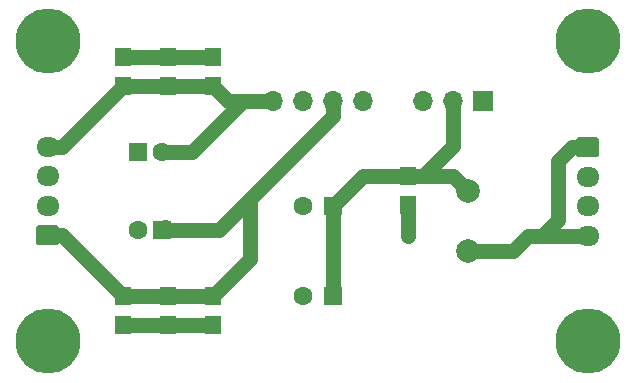
<source format=gtl>
G04 #@! TF.GenerationSoftware,KiCad,Pcbnew,(5.1.2)-1*
G04 #@! TF.CreationDate,2019-05-13T04:19:41-07:00*
G04 #@! TF.ProjectId,triumph_power,74726975-6d70-4685-9f70-6f7765722e6b,A*
G04 #@! TF.SameCoordinates,Original*
G04 #@! TF.FileFunction,Copper,L1,Top*
G04 #@! TF.FilePolarity,Positive*
%FSLAX46Y46*%
G04 Gerber Fmt 4.6, Leading zero omitted, Abs format (unit mm)*
G04 Created by KiCad (PCBNEW (5.1.2)-1) date 2019-05-13 04:19:41*
%MOMM*%
%LPD*%
G04 APERTURE LIST*
%ADD10R,1.400000X1.550000*%
%ADD11C,1.600000*%
%ADD12R,1.600000X1.600000*%
%ADD13C,2.000000*%
%ADD14O,1.700000X1.700000*%
%ADD15R,1.700000X1.700000*%
%ADD16C,5.500000*%
%ADD17O,1.950000X1.700000*%
%ADD18C,0.100000*%
%ADD19C,1.700000*%
%ADD20C,1.270000*%
%ADD21C,1.270000*%
G04 APERTURE END LIST*
D10*
X140970000Y-100330000D03*
X140970000Y-97880000D03*
D11*
X136652000Y-105918000D03*
D12*
X134652000Y-105918000D03*
D10*
X157480000Y-110400000D03*
X157480000Y-107950000D03*
D11*
X148630000Y-118110000D03*
D12*
X151130000Y-118110000D03*
D10*
X140970000Y-120560000D03*
X140970000Y-118110000D03*
X137160000Y-100330000D03*
X137160000Y-97880000D03*
D11*
X134652000Y-112522000D03*
D12*
X136652000Y-112522000D03*
D11*
X148630000Y-110490000D03*
D12*
X151130000Y-110490000D03*
D10*
X137160000Y-120560000D03*
X137160000Y-118110000D03*
X133350000Y-100330000D03*
X133350000Y-97880000D03*
X133350000Y-120560000D03*
X133350000Y-118110000D03*
D13*
X162570000Y-109220000D03*
X162560000Y-114300000D03*
D14*
X146050000Y-101600000D03*
X148590000Y-101600000D03*
X151130000Y-101600000D03*
X153670000Y-101600000D03*
X158750000Y-101600000D03*
X161290000Y-101600000D03*
D15*
X163830000Y-101600000D03*
D16*
X127000000Y-121920000D03*
X172720000Y-121920000D03*
X172720000Y-96520000D03*
X127000000Y-96520000D03*
D17*
X127000000Y-105450000D03*
X127000000Y-107950000D03*
X127000000Y-110450000D03*
D18*
G36*
X127749504Y-112101204D02*
G01*
X127773773Y-112104804D01*
X127797571Y-112110765D01*
X127820671Y-112119030D01*
X127842849Y-112129520D01*
X127863893Y-112142133D01*
X127883598Y-112156747D01*
X127901777Y-112173223D01*
X127918253Y-112191402D01*
X127932867Y-112211107D01*
X127945480Y-112232151D01*
X127955970Y-112254329D01*
X127964235Y-112277429D01*
X127970196Y-112301227D01*
X127973796Y-112325496D01*
X127975000Y-112350000D01*
X127975000Y-113550000D01*
X127973796Y-113574504D01*
X127970196Y-113598773D01*
X127964235Y-113622571D01*
X127955970Y-113645671D01*
X127945480Y-113667849D01*
X127932867Y-113688893D01*
X127918253Y-113708598D01*
X127901777Y-113726777D01*
X127883598Y-113743253D01*
X127863893Y-113757867D01*
X127842849Y-113770480D01*
X127820671Y-113780970D01*
X127797571Y-113789235D01*
X127773773Y-113795196D01*
X127749504Y-113798796D01*
X127725000Y-113800000D01*
X126275000Y-113800000D01*
X126250496Y-113798796D01*
X126226227Y-113795196D01*
X126202429Y-113789235D01*
X126179329Y-113780970D01*
X126157151Y-113770480D01*
X126136107Y-113757867D01*
X126116402Y-113743253D01*
X126098223Y-113726777D01*
X126081747Y-113708598D01*
X126067133Y-113688893D01*
X126054520Y-113667849D01*
X126044030Y-113645671D01*
X126035765Y-113622571D01*
X126029804Y-113598773D01*
X126026204Y-113574504D01*
X126025000Y-113550000D01*
X126025000Y-112350000D01*
X126026204Y-112325496D01*
X126029804Y-112301227D01*
X126035765Y-112277429D01*
X126044030Y-112254329D01*
X126054520Y-112232151D01*
X126067133Y-112211107D01*
X126081747Y-112191402D01*
X126098223Y-112173223D01*
X126116402Y-112156747D01*
X126136107Y-112142133D01*
X126157151Y-112129520D01*
X126179329Y-112119030D01*
X126202429Y-112110765D01*
X126226227Y-112104804D01*
X126250496Y-112101204D01*
X126275000Y-112100000D01*
X127725000Y-112100000D01*
X127749504Y-112101204D01*
X127749504Y-112101204D01*
G37*
D19*
X127000000Y-112950000D03*
D17*
X172720000Y-112990000D03*
X172720000Y-110490000D03*
X172720000Y-107990000D03*
D18*
G36*
X173469504Y-104641204D02*
G01*
X173493773Y-104644804D01*
X173517571Y-104650765D01*
X173540671Y-104659030D01*
X173562849Y-104669520D01*
X173583893Y-104682133D01*
X173603598Y-104696747D01*
X173621777Y-104713223D01*
X173638253Y-104731402D01*
X173652867Y-104751107D01*
X173665480Y-104772151D01*
X173675970Y-104794329D01*
X173684235Y-104817429D01*
X173690196Y-104841227D01*
X173693796Y-104865496D01*
X173695000Y-104890000D01*
X173695000Y-106090000D01*
X173693796Y-106114504D01*
X173690196Y-106138773D01*
X173684235Y-106162571D01*
X173675970Y-106185671D01*
X173665480Y-106207849D01*
X173652867Y-106228893D01*
X173638253Y-106248598D01*
X173621777Y-106266777D01*
X173603598Y-106283253D01*
X173583893Y-106297867D01*
X173562849Y-106310480D01*
X173540671Y-106320970D01*
X173517571Y-106329235D01*
X173493773Y-106335196D01*
X173469504Y-106338796D01*
X173445000Y-106340000D01*
X171995000Y-106340000D01*
X171970496Y-106338796D01*
X171946227Y-106335196D01*
X171922429Y-106329235D01*
X171899329Y-106320970D01*
X171877151Y-106310480D01*
X171856107Y-106297867D01*
X171836402Y-106283253D01*
X171818223Y-106266777D01*
X171801747Y-106248598D01*
X171787133Y-106228893D01*
X171774520Y-106207849D01*
X171764030Y-106185671D01*
X171755765Y-106162571D01*
X171749804Y-106138773D01*
X171746204Y-106114504D01*
X171745000Y-106090000D01*
X171745000Y-104890000D01*
X171746204Y-104865496D01*
X171749804Y-104841227D01*
X171755765Y-104817429D01*
X171764030Y-104794329D01*
X171774520Y-104772151D01*
X171787133Y-104751107D01*
X171801747Y-104731402D01*
X171818223Y-104713223D01*
X171836402Y-104696747D01*
X171856107Y-104682133D01*
X171877151Y-104669520D01*
X171899329Y-104659030D01*
X171922429Y-104650765D01*
X171946227Y-104644804D01*
X171970496Y-104641204D01*
X171995000Y-104640000D01*
X173445000Y-104640000D01*
X173469504Y-104641204D01*
X173469504Y-104641204D01*
G37*
D19*
X172720000Y-105490000D03*
D20*
X157480000Y-113030000D03*
X135217994Y-97880000D03*
X139102000Y-97880010D03*
X135217993Y-120560007D03*
X139102004Y-120560004D03*
D21*
X157480000Y-113030000D02*
X157480000Y-110400000D01*
X161300000Y-107950000D02*
X162570000Y-109220000D01*
X161290000Y-105410000D02*
X158750000Y-107950000D01*
X161290000Y-101600000D02*
X161290000Y-105410000D01*
X157480000Y-107950000D02*
X158750000Y-107950000D01*
X158750000Y-107950000D02*
X161300000Y-107950000D01*
X153670000Y-107950000D02*
X157480000Y-107950000D01*
X151130000Y-110490000D02*
X153670000Y-107950000D01*
X151130000Y-110490000D02*
X151130000Y-118110000D01*
X137160000Y-97880000D02*
X135217994Y-97880000D01*
X133350000Y-97880000D02*
X135217994Y-97880000D01*
X140969990Y-97880010D02*
X140000025Y-97880010D01*
X138203975Y-97880010D02*
X139102000Y-97880010D01*
X137160010Y-97880010D02*
X138203975Y-97880010D01*
X140970000Y-97880000D02*
X140969990Y-97880010D01*
X137160000Y-97880000D02*
X137160010Y-97880010D01*
X140000025Y-97880010D02*
X139102000Y-97880010D01*
X137160000Y-120560000D02*
X137159993Y-120560007D01*
X136116018Y-120560007D02*
X135217993Y-120560007D01*
X134319968Y-120560007D02*
X135217993Y-120560007D01*
X133350007Y-120560007D02*
X134319968Y-120560007D01*
X133350000Y-120560000D02*
X133350007Y-120560007D01*
X137159993Y-120560007D02*
X136116018Y-120560007D01*
X137160004Y-120560004D02*
X138203979Y-120560004D01*
X138203979Y-120560004D02*
X139102004Y-120560004D01*
X137160000Y-120560000D02*
X137160004Y-120560004D01*
X140000029Y-120560004D02*
X139102004Y-120560004D01*
X140969996Y-120560004D02*
X140000029Y-120560004D01*
X140970000Y-120560000D02*
X140969996Y-120560004D01*
X128190000Y-112950000D02*
X133350000Y-118110000D01*
X127000000Y-112950000D02*
X128190000Y-112950000D01*
X133350000Y-118110000D02*
X137160000Y-118110000D01*
X137160000Y-118110000D02*
X140970000Y-118110000D01*
X151130000Y-101600000D02*
X151130000Y-102870000D01*
X144145000Y-109855000D02*
X144145000Y-114935000D01*
X151130000Y-102870000D02*
X144145000Y-109855000D01*
X144145000Y-114935000D02*
X140970000Y-118110000D01*
X136906000Y-112268000D02*
X136652000Y-112522000D01*
X144145000Y-109855000D02*
X141732000Y-112268000D01*
X141478000Y-112522000D02*
X141732000Y-112268000D01*
X136652000Y-112522000D02*
X141478000Y-112522000D01*
X146050000Y-101600000D02*
X143510000Y-101600000D01*
X140970000Y-100330000D02*
X142240000Y-101600000D01*
X142240000Y-101600000D02*
X143510000Y-101600000D01*
X140970000Y-100330000D02*
X137160000Y-100330000D01*
X133350000Y-100330000D02*
X137160000Y-100330000D01*
X128230000Y-105450000D02*
X133350000Y-100330000D01*
X127000000Y-105450000D02*
X128230000Y-105450000D01*
X139192000Y-105918000D02*
X136652000Y-105918000D01*
X143510000Y-101600000D02*
X139192000Y-105918000D01*
X166370000Y-114300000D02*
X162560000Y-114300000D01*
X167680000Y-112990000D02*
X166370000Y-114300000D01*
X170180000Y-111680000D02*
X168870000Y-112990000D01*
X170180000Y-106680000D02*
X170180000Y-111680000D01*
X171370000Y-105490000D02*
X170180000Y-106680000D01*
X172720000Y-105490000D02*
X171370000Y-105490000D01*
X172720000Y-112990000D02*
X168870000Y-112990000D01*
X168870000Y-112990000D02*
X167680000Y-112990000D01*
M02*

</source>
